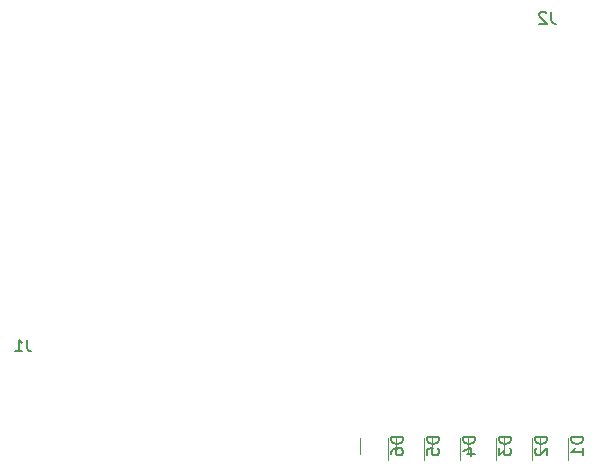
<source format=gbr>
G04 #@! TF.GenerationSoftware,KiCad,Pcbnew,7.0.6*
G04 #@! TF.CreationDate,2023-09-27T17:44:09-07:00*
G04 #@! TF.ProjectId,procon_tactile_button_board,70726f63-6f6e-45f7-9461-6374696c655f,rev?*
G04 #@! TF.SameCoordinates,Original*
G04 #@! TF.FileFunction,Legend,Bot*
G04 #@! TF.FilePolarity,Positive*
%FSLAX46Y46*%
G04 Gerber Fmt 4.6, Leading zero omitted, Abs format (unit mm)*
G04 Created by KiCad (PCBNEW 7.0.6) date 2023-09-27 17:44:09*
%MOMM*%
%LPD*%
G01*
G04 APERTURE LIST*
%ADD10C,0.150000*%
%ADD11C,0.120000*%
G04 APERTURE END LIST*
D10*
X148829539Y-163521517D02*
X147829539Y-163521517D01*
X147829539Y-163521517D02*
X147829539Y-163759612D01*
X147829539Y-163759612D02*
X147877158Y-163902469D01*
X147877158Y-163902469D02*
X147972396Y-163997707D01*
X147972396Y-163997707D02*
X148067634Y-164045326D01*
X148067634Y-164045326D02*
X148258110Y-164092945D01*
X148258110Y-164092945D02*
X148400967Y-164092945D01*
X148400967Y-164092945D02*
X148591443Y-164045326D01*
X148591443Y-164045326D02*
X148686681Y-163997707D01*
X148686681Y-163997707D02*
X148781920Y-163902469D01*
X148781920Y-163902469D02*
X148829539Y-163759612D01*
X148829539Y-163759612D02*
X148829539Y-163521517D01*
X147924777Y-164473898D02*
X147877158Y-164521517D01*
X147877158Y-164521517D02*
X147829539Y-164616755D01*
X147829539Y-164616755D02*
X147829539Y-164854850D01*
X147829539Y-164854850D02*
X147877158Y-164950088D01*
X147877158Y-164950088D02*
X147924777Y-164997707D01*
X147924777Y-164997707D02*
X148020015Y-165045326D01*
X148020015Y-165045326D02*
X148115253Y-165045326D01*
X148115253Y-165045326D02*
X148258110Y-164997707D01*
X148258110Y-164997707D02*
X148829539Y-164426279D01*
X148829539Y-164426279D02*
X148829539Y-165045326D01*
X139685539Y-163521517D02*
X138685539Y-163521517D01*
X138685539Y-163521517D02*
X138685539Y-163759612D01*
X138685539Y-163759612D02*
X138733158Y-163902469D01*
X138733158Y-163902469D02*
X138828396Y-163997707D01*
X138828396Y-163997707D02*
X138923634Y-164045326D01*
X138923634Y-164045326D02*
X139114110Y-164092945D01*
X139114110Y-164092945D02*
X139256967Y-164092945D01*
X139256967Y-164092945D02*
X139447443Y-164045326D01*
X139447443Y-164045326D02*
X139542681Y-163997707D01*
X139542681Y-163997707D02*
X139637920Y-163902469D01*
X139637920Y-163902469D02*
X139685539Y-163759612D01*
X139685539Y-163759612D02*
X139685539Y-163521517D01*
X138685539Y-164997707D02*
X138685539Y-164521517D01*
X138685539Y-164521517D02*
X139161729Y-164473898D01*
X139161729Y-164473898D02*
X139114110Y-164521517D01*
X139114110Y-164521517D02*
X139066491Y-164616755D01*
X139066491Y-164616755D02*
X139066491Y-164854850D01*
X139066491Y-164854850D02*
X139114110Y-164950088D01*
X139114110Y-164950088D02*
X139161729Y-164997707D01*
X139161729Y-164997707D02*
X139256967Y-165045326D01*
X139256967Y-165045326D02*
X139495062Y-165045326D01*
X139495062Y-165045326D02*
X139590300Y-164997707D01*
X139590300Y-164997707D02*
X139637920Y-164950088D01*
X139637920Y-164950088D02*
X139685539Y-164854850D01*
X139685539Y-164854850D02*
X139685539Y-164616755D01*
X139685539Y-164616755D02*
X139637920Y-164521517D01*
X139637920Y-164521517D02*
X139590300Y-164473898D01*
X142733539Y-163521517D02*
X141733539Y-163521517D01*
X141733539Y-163521517D02*
X141733539Y-163759612D01*
X141733539Y-163759612D02*
X141781158Y-163902469D01*
X141781158Y-163902469D02*
X141876396Y-163997707D01*
X141876396Y-163997707D02*
X141971634Y-164045326D01*
X141971634Y-164045326D02*
X142162110Y-164092945D01*
X142162110Y-164092945D02*
X142304967Y-164092945D01*
X142304967Y-164092945D02*
X142495443Y-164045326D01*
X142495443Y-164045326D02*
X142590681Y-163997707D01*
X142590681Y-163997707D02*
X142685920Y-163902469D01*
X142685920Y-163902469D02*
X142733539Y-163759612D01*
X142733539Y-163759612D02*
X142733539Y-163521517D01*
X142066872Y-164950088D02*
X142733539Y-164950088D01*
X141685920Y-164711993D02*
X142400205Y-164473898D01*
X142400205Y-164473898D02*
X142400205Y-165092945D01*
X149181433Y-127519819D02*
X149181433Y-128234104D01*
X149181433Y-128234104D02*
X149229052Y-128376961D01*
X149229052Y-128376961D02*
X149324290Y-128472200D01*
X149324290Y-128472200D02*
X149467147Y-128519819D01*
X149467147Y-128519819D02*
X149562385Y-128519819D01*
X148752861Y-127615057D02*
X148705242Y-127567438D01*
X148705242Y-127567438D02*
X148610004Y-127519819D01*
X148610004Y-127519819D02*
X148371909Y-127519819D01*
X148371909Y-127519819D02*
X148276671Y-127567438D01*
X148276671Y-127567438D02*
X148229052Y-127615057D01*
X148229052Y-127615057D02*
X148181433Y-127710295D01*
X148181433Y-127710295D02*
X148181433Y-127805533D01*
X148181433Y-127805533D02*
X148229052Y-127948390D01*
X148229052Y-127948390D02*
X148800480Y-128519819D01*
X148800480Y-128519819D02*
X148181433Y-128519819D01*
X136637539Y-163521517D02*
X135637539Y-163521517D01*
X135637539Y-163521517D02*
X135637539Y-163759612D01*
X135637539Y-163759612D02*
X135685158Y-163902469D01*
X135685158Y-163902469D02*
X135780396Y-163997707D01*
X135780396Y-163997707D02*
X135875634Y-164045326D01*
X135875634Y-164045326D02*
X136066110Y-164092945D01*
X136066110Y-164092945D02*
X136208967Y-164092945D01*
X136208967Y-164092945D02*
X136399443Y-164045326D01*
X136399443Y-164045326D02*
X136494681Y-163997707D01*
X136494681Y-163997707D02*
X136589920Y-163902469D01*
X136589920Y-163902469D02*
X136637539Y-163759612D01*
X136637539Y-163759612D02*
X136637539Y-163521517D01*
X135637539Y-164950088D02*
X135637539Y-164759612D01*
X135637539Y-164759612D02*
X135685158Y-164664374D01*
X135685158Y-164664374D02*
X135732777Y-164616755D01*
X135732777Y-164616755D02*
X135875634Y-164521517D01*
X135875634Y-164521517D02*
X136066110Y-164473898D01*
X136066110Y-164473898D02*
X136447062Y-164473898D01*
X136447062Y-164473898D02*
X136542300Y-164521517D01*
X136542300Y-164521517D02*
X136589920Y-164569136D01*
X136589920Y-164569136D02*
X136637539Y-164664374D01*
X136637539Y-164664374D02*
X136637539Y-164854850D01*
X136637539Y-164854850D02*
X136589920Y-164950088D01*
X136589920Y-164950088D02*
X136542300Y-164997707D01*
X136542300Y-164997707D02*
X136447062Y-165045326D01*
X136447062Y-165045326D02*
X136208967Y-165045326D01*
X136208967Y-165045326D02*
X136113729Y-164997707D01*
X136113729Y-164997707D02*
X136066110Y-164950088D01*
X136066110Y-164950088D02*
X136018491Y-164854850D01*
X136018491Y-164854850D02*
X136018491Y-164664374D01*
X136018491Y-164664374D02*
X136066110Y-164569136D01*
X136066110Y-164569136D02*
X136113729Y-164521517D01*
X136113729Y-164521517D02*
X136208967Y-164473898D01*
X145781539Y-163521517D02*
X144781539Y-163521517D01*
X144781539Y-163521517D02*
X144781539Y-163759612D01*
X144781539Y-163759612D02*
X144829158Y-163902469D01*
X144829158Y-163902469D02*
X144924396Y-163997707D01*
X144924396Y-163997707D02*
X145019634Y-164045326D01*
X145019634Y-164045326D02*
X145210110Y-164092945D01*
X145210110Y-164092945D02*
X145352967Y-164092945D01*
X145352967Y-164092945D02*
X145543443Y-164045326D01*
X145543443Y-164045326D02*
X145638681Y-163997707D01*
X145638681Y-163997707D02*
X145733920Y-163902469D01*
X145733920Y-163902469D02*
X145781539Y-163759612D01*
X145781539Y-163759612D02*
X145781539Y-163521517D01*
X144781539Y-164426279D02*
X144781539Y-165045326D01*
X144781539Y-165045326D02*
X145162491Y-164711993D01*
X145162491Y-164711993D02*
X145162491Y-164854850D01*
X145162491Y-164854850D02*
X145210110Y-164950088D01*
X145210110Y-164950088D02*
X145257729Y-164997707D01*
X145257729Y-164997707D02*
X145352967Y-165045326D01*
X145352967Y-165045326D02*
X145591062Y-165045326D01*
X145591062Y-165045326D02*
X145686300Y-164997707D01*
X145686300Y-164997707D02*
X145733920Y-164950088D01*
X145733920Y-164950088D02*
X145781539Y-164854850D01*
X145781539Y-164854850D02*
X145781539Y-164569136D01*
X145781539Y-164569136D02*
X145733920Y-164473898D01*
X145733920Y-164473898D02*
X145686300Y-164426279D01*
X151877539Y-163521517D02*
X150877539Y-163521517D01*
X150877539Y-163521517D02*
X150877539Y-163759612D01*
X150877539Y-163759612D02*
X150925158Y-163902469D01*
X150925158Y-163902469D02*
X151020396Y-163997707D01*
X151020396Y-163997707D02*
X151115634Y-164045326D01*
X151115634Y-164045326D02*
X151306110Y-164092945D01*
X151306110Y-164092945D02*
X151448967Y-164092945D01*
X151448967Y-164092945D02*
X151639443Y-164045326D01*
X151639443Y-164045326D02*
X151734681Y-163997707D01*
X151734681Y-163997707D02*
X151829920Y-163902469D01*
X151829920Y-163902469D02*
X151877539Y-163759612D01*
X151877539Y-163759612D02*
X151877539Y-163521517D01*
X151877539Y-165045326D02*
X151877539Y-164473898D01*
X151877539Y-164759612D02*
X150877539Y-164759612D01*
X150877539Y-164759612D02*
X151020396Y-164664374D01*
X151020396Y-164664374D02*
X151115634Y-164569136D01*
X151115634Y-164569136D02*
X151163253Y-164473898D01*
X104798053Y-155256063D02*
X104798053Y-155970348D01*
X104798053Y-155970348D02*
X104845672Y-156113205D01*
X104845672Y-156113205D02*
X104940910Y-156208444D01*
X104940910Y-156208444D02*
X105083767Y-156256063D01*
X105083767Y-156256063D02*
X105179005Y-156256063D01*
X103798053Y-156256063D02*
X104369481Y-156256063D01*
X104083767Y-156256063D02*
X104083767Y-155256063D01*
X104083767Y-155256063D02*
X104179005Y-155398920D01*
X104179005Y-155398920D02*
X104274243Y-155494158D01*
X104274243Y-155494158D02*
X104369481Y-155541777D01*
D11*
X145214720Y-164959612D02*
X145214720Y-163559612D01*
X147534720Y-163559612D02*
X147534720Y-165459612D01*
X136070720Y-164959612D02*
X136070720Y-163559612D01*
X138390720Y-163559612D02*
X138390720Y-165459612D01*
X139118720Y-164959612D02*
X139118720Y-163559612D01*
X141438720Y-163559612D02*
X141438720Y-165459612D01*
X133022720Y-164959612D02*
X133022720Y-163559612D01*
X135342720Y-163559612D02*
X135342720Y-165459612D01*
X142166720Y-164959612D02*
X142166720Y-163559612D01*
X144486720Y-163559612D02*
X144486720Y-165459612D01*
X148262720Y-164959612D02*
X148262720Y-163559612D01*
X150582720Y-163559612D02*
X150582720Y-165459612D01*
M02*

</source>
